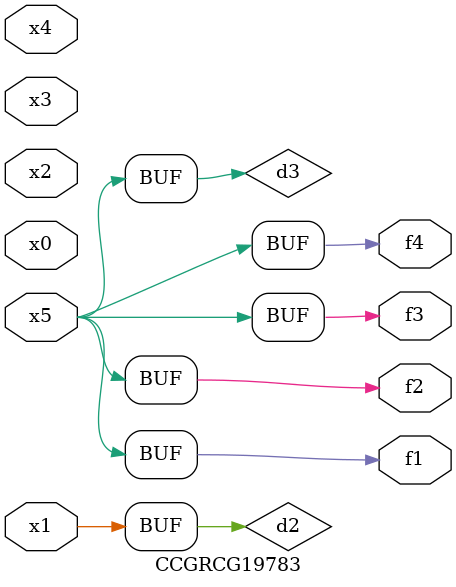
<source format=v>
module CCGRCG19783(
	input x0, x1, x2, x3, x4, x5,
	output f1, f2, f3, f4
);

	wire d1, d2, d3;

	not (d1, x5);
	or (d2, x1);
	xnor (d3, d1);
	assign f1 = d3;
	assign f2 = d3;
	assign f3 = d3;
	assign f4 = d3;
endmodule

</source>
